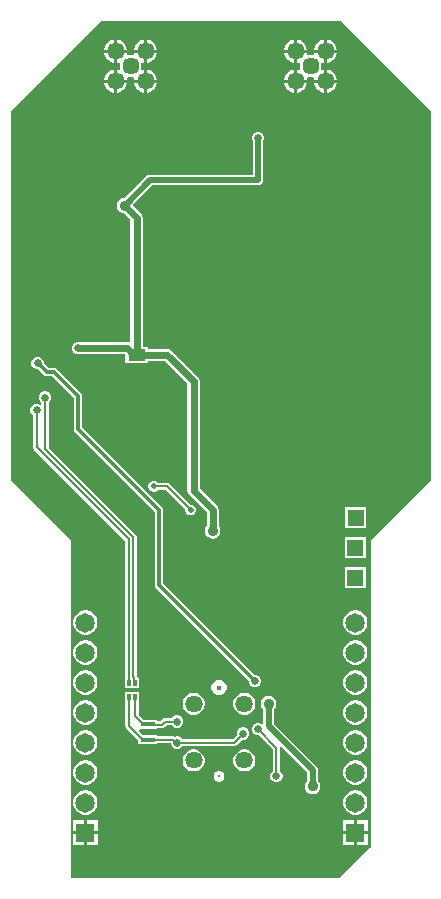
<source format=gbr>
%TF.GenerationSoftware,Altium Limited,Altium Designer,23.7.1 (13)*%
G04 Layer_Physical_Order=4*
G04 Layer_Color=16711680*
%FSLAX45Y45*%
%MOMM*%
%TF.SameCoordinates,13906D11-38DA-49B6-AFB5-B3B90C62E25A*%
%TF.FilePolarity,Positive*%
%TF.FileFunction,Copper,L4,Bot,Signal*%
%TF.Part,Single*%
G01*
G75*
%TA.AperFunction,Conductor*%
%ADD26C,0.20000*%
%ADD27C,0.40000*%
%ADD28C,0.60000*%
%ADD29C,0.30000*%
%ADD30C,0.50000*%
%TA.AperFunction,ComponentPad*%
%ADD34C,0.44500*%
%ADD35C,0.26000*%
%ADD36C,1.46000*%
%ADD37C,1.44600*%
%ADD38C,1.65000*%
%ADD39R,1.65000X1.65000*%
%ADD40R,1.40000X1.40000*%
%TA.AperFunction,ViaPad*%
%ADD41C,0.50000*%
%ADD42C,0.65000*%
%ADD43C,0.90000*%
%TA.AperFunction,SMDPad,CuDef*%
%ADD44R,1.20000X0.40000*%
%ADD45R,0.32500X0.50000*%
%ADD46R,1.47000X0.99000*%
%TA.AperFunction,Conductor*%
%ADD47C,0.25400*%
G36*
X10922000Y9029700D02*
Y5905500D01*
X10414000Y5397500D01*
Y2794000D01*
X10401300D01*
X10147300Y2540000D01*
X7874000D01*
Y5397500D01*
X7366000Y5905500D01*
Y9029700D01*
X8128000Y9791700D01*
X10160000D01*
X10922000Y9029700D01*
D02*
G37*
%LPC*%
G36*
X10045862Y9635400D02*
X10045700D01*
Y9550400D01*
X10130700D01*
Y9550562D01*
X10124042Y9575411D01*
X10111179Y9597689D01*
X10092989Y9615879D01*
X10070711Y9628742D01*
X10045862Y9635400D01*
D02*
G37*
G36*
X10020300D02*
X10020138D01*
X9995289Y9628742D01*
X9973011Y9615879D01*
X9954821Y9597689D01*
X9941958Y9575411D01*
X9935300Y9550562D01*
Y9550400D01*
X10020300D01*
Y9635400D01*
D02*
G37*
G36*
X9791862D02*
X9791700D01*
Y9550400D01*
X9876700D01*
Y9550562D01*
X9870042Y9575411D01*
X9857179Y9597689D01*
X9838989Y9615879D01*
X9816711Y9628742D01*
X9791862Y9635400D01*
D02*
G37*
G36*
X9766300D02*
X9766138D01*
X9741289Y9628742D01*
X9719011Y9615879D01*
X9700821Y9597689D01*
X9687958Y9575411D01*
X9681300Y9550562D01*
Y9550400D01*
X9766300D01*
Y9635400D01*
D02*
G37*
G36*
X8521862D02*
X8521700D01*
Y9550400D01*
X8606700D01*
Y9550562D01*
X8600042Y9575411D01*
X8587179Y9597689D01*
X8568989Y9615879D01*
X8546711Y9628742D01*
X8521862Y9635400D01*
D02*
G37*
G36*
X8496300D02*
X8496138D01*
X8471289Y9628742D01*
X8449011Y9615879D01*
X8430821Y9597689D01*
X8417958Y9575411D01*
X8411300Y9550562D01*
Y9550400D01*
X8496300D01*
Y9635400D01*
D02*
G37*
G36*
X8267862D02*
X8267700D01*
Y9550400D01*
X8352700D01*
Y9550562D01*
X8346042Y9575411D01*
X8333179Y9597689D01*
X8314989Y9615879D01*
X8292711Y9628742D01*
X8267862Y9635400D01*
D02*
G37*
G36*
X8242300D02*
X8242138D01*
X8217289Y9628742D01*
X8195011Y9615879D01*
X8176821Y9597689D01*
X8163958Y9575411D01*
X8157300Y9550562D01*
Y9550400D01*
X8242300D01*
Y9635400D01*
D02*
G37*
G36*
X8496300Y9525000D02*
X8411300D01*
Y9524838D01*
X8415135Y9510526D01*
X8404766Y9500156D01*
X8394152Y9503000D01*
X8369848D01*
X8359234Y9500156D01*
X8348865Y9510526D01*
X8352700Y9524838D01*
Y9525000D01*
X8267700D01*
Y9440000D01*
X8267862D01*
X8282174Y9443835D01*
X8292544Y9433466D01*
X8289700Y9422852D01*
Y9398548D01*
X8292544Y9387934D01*
X8282174Y9377565D01*
X8267862Y9381400D01*
X8267700D01*
Y9296400D01*
X8352700D01*
Y9296562D01*
X8348865Y9310874D01*
X8359234Y9321244D01*
X8369848Y9318400D01*
X8394152D01*
X8404766Y9321244D01*
X8415135Y9310874D01*
X8411300Y9296562D01*
Y9296400D01*
X8496300D01*
Y9381400D01*
X8496138D01*
X8481826Y9377565D01*
X8471456Y9387934D01*
X8474300Y9398548D01*
Y9422852D01*
X8471456Y9433466D01*
X8481826Y9443835D01*
X8496138Y9440000D01*
X8496300D01*
Y9525000D01*
D02*
G37*
G36*
X10020300D02*
X9935300D01*
Y9524838D01*
X9939135Y9510526D01*
X9928766Y9500156D01*
X9918152Y9503000D01*
X9893848D01*
X9883234Y9500156D01*
X9872865Y9510526D01*
X9876700Y9524838D01*
Y9525000D01*
X9791700D01*
Y9440000D01*
X9791862D01*
X9806174Y9443835D01*
X9816544Y9433466D01*
X9813700Y9422852D01*
Y9398548D01*
X9816544Y9387934D01*
X9806174Y9377565D01*
X9791862Y9381400D01*
X9791700D01*
Y9296400D01*
X9876700D01*
Y9296562D01*
X9872865Y9310874D01*
X9883234Y9321244D01*
X9893848Y9318400D01*
X9918152D01*
X9928766Y9321244D01*
X9939135Y9310874D01*
X9935300Y9296562D01*
Y9296400D01*
X10020300D01*
Y9381400D01*
X10020138D01*
X10005826Y9377565D01*
X9995456Y9387934D01*
X9998300Y9398548D01*
Y9422852D01*
X9995456Y9433466D01*
X10005826Y9443835D01*
X10020138Y9440000D01*
X10020300D01*
Y9525000D01*
D02*
G37*
G36*
X10130700D02*
X10045700D01*
Y9440000D01*
X10045862D01*
X10070711Y9446658D01*
X10092989Y9459521D01*
X10111179Y9477711D01*
X10124042Y9499989D01*
X10130700Y9524838D01*
Y9525000D01*
D02*
G37*
G36*
X9766300D02*
X9681300D01*
Y9524838D01*
X9687958Y9499989D01*
X9700821Y9477711D01*
X9719011Y9459521D01*
X9741289Y9446658D01*
X9766138Y9440000D01*
X9766300D01*
Y9525000D01*
D02*
G37*
G36*
X8606700D02*
X8521700D01*
Y9440000D01*
X8521862D01*
X8546711Y9446658D01*
X8568989Y9459521D01*
X8587179Y9477711D01*
X8600042Y9499989D01*
X8606700Y9524838D01*
Y9525000D01*
D02*
G37*
G36*
X8242300D02*
X8157300D01*
Y9524838D01*
X8163958Y9499989D01*
X8176821Y9477711D01*
X8195011Y9459521D01*
X8217289Y9446658D01*
X8242138Y9440000D01*
X8242300D01*
Y9525000D01*
D02*
G37*
G36*
X10045862Y9381400D02*
X10045700D01*
Y9296400D01*
X10130700D01*
Y9296562D01*
X10124042Y9321411D01*
X10111179Y9343689D01*
X10092989Y9361879D01*
X10070711Y9374742D01*
X10045862Y9381400D01*
D02*
G37*
G36*
X9766300D02*
X9766138D01*
X9741289Y9374742D01*
X9719011Y9361879D01*
X9700821Y9343689D01*
X9687958Y9321411D01*
X9681300Y9296562D01*
Y9296400D01*
X9766300D01*
Y9381400D01*
D02*
G37*
G36*
X8521862D02*
X8521700D01*
Y9296400D01*
X8606700D01*
Y9296562D01*
X8600042Y9321411D01*
X8587179Y9343689D01*
X8568989Y9361879D01*
X8546711Y9374742D01*
X8521862Y9381400D01*
D02*
G37*
G36*
X8242300D02*
X8242138D01*
X8217289Y9374742D01*
X8195011Y9361879D01*
X8176821Y9343689D01*
X8163958Y9321411D01*
X8157300Y9296562D01*
Y9296400D01*
X8242300D01*
Y9381400D01*
D02*
G37*
G36*
X10130700Y9271000D02*
X10045700D01*
Y9186000D01*
X10045862D01*
X10070711Y9192658D01*
X10092989Y9205521D01*
X10111179Y9223711D01*
X10124042Y9245989D01*
X10130700Y9270838D01*
Y9271000D01*
D02*
G37*
G36*
X10020300D02*
X9935300D01*
Y9270838D01*
X9941958Y9245989D01*
X9954821Y9223711D01*
X9973011Y9205521D01*
X9995289Y9192658D01*
X10020138Y9186000D01*
X10020300D01*
Y9271000D01*
D02*
G37*
G36*
X9876700D02*
X9791700D01*
Y9186000D01*
X9791862D01*
X9816711Y9192658D01*
X9838989Y9205521D01*
X9857179Y9223711D01*
X9870042Y9245989D01*
X9876700Y9270838D01*
Y9271000D01*
D02*
G37*
G36*
X9766300D02*
X9681300D01*
Y9270838D01*
X9687958Y9245989D01*
X9700821Y9223711D01*
X9719011Y9205521D01*
X9741289Y9192658D01*
X9766138Y9186000D01*
X9766300D01*
Y9271000D01*
D02*
G37*
G36*
X8606700D02*
X8521700D01*
Y9186000D01*
X8521862D01*
X8546711Y9192658D01*
X8568989Y9205521D01*
X8587179Y9223711D01*
X8600042Y9245989D01*
X8606700Y9270838D01*
Y9271000D01*
D02*
G37*
G36*
X8496300D02*
X8411300D01*
Y9270838D01*
X8417958Y9245989D01*
X8430821Y9223711D01*
X8449011Y9205521D01*
X8471289Y9192658D01*
X8496138Y9186000D01*
X8496300D01*
Y9271000D01*
D02*
G37*
G36*
X8352700D02*
X8267700D01*
Y9186000D01*
X8267862D01*
X8292711Y9192658D01*
X8314989Y9205521D01*
X8333179Y9223711D01*
X8346042Y9245989D01*
X8352700Y9270838D01*
Y9271000D01*
D02*
G37*
G36*
X8242300D02*
X8157300D01*
Y9270838D01*
X8163958Y9245989D01*
X8176821Y9223711D01*
X8195011Y9205521D01*
X8217289Y9192658D01*
X8242138Y9186000D01*
X8242300D01*
Y9271000D01*
D02*
G37*
G36*
X9471943Y8853600D02*
X9451057D01*
X9431761Y8845607D01*
X9416993Y8830839D01*
X9409000Y8811543D01*
Y8790657D01*
X9415618Y8774679D01*
Y8491382D01*
X8547100D01*
X8529542Y8487889D01*
X8514657Y8477943D01*
X8331314Y8294600D01*
X8322642D01*
X8306111Y8290170D01*
X8291289Y8281613D01*
X8279187Y8269511D01*
X8270630Y8254689D01*
X8266200Y8238158D01*
Y8221042D01*
X8270630Y8204511D01*
X8279187Y8189689D01*
X8291289Y8177587D01*
X8306111Y8169030D01*
X8322642Y8164600D01*
X8324104D01*
X8381820Y8106883D01*
Y7078859D01*
X8369120Y7071102D01*
X8354153Y7074080D01*
X7951614D01*
X7947943Y7075600D01*
X7927057D01*
X7907761Y7067607D01*
X7892993Y7052839D01*
X7885000Y7033543D01*
Y7012657D01*
X7892993Y6993361D01*
X7907761Y6978593D01*
X7927057Y6970600D01*
X7947943D01*
X7951614Y6972120D01*
X8333036D01*
X8339300Y6965857D01*
Y6895900D01*
X8526300D01*
Y6914421D01*
X8672584D01*
X8864420Y6722584D01*
Y5816600D01*
X8868301Y5797091D01*
X8879352Y5780552D01*
X9025720Y5634184D01*
Y5514644D01*
X9024687Y5513611D01*
X9016130Y5498789D01*
X9011700Y5482258D01*
Y5465142D01*
X9016130Y5448611D01*
X9024687Y5433789D01*
X9036789Y5421687D01*
X9051611Y5413130D01*
X9068142Y5408700D01*
X9085257D01*
X9101789Y5413130D01*
X9116611Y5421687D01*
X9128713Y5433789D01*
X9137270Y5448611D01*
X9141700Y5465142D01*
Y5482258D01*
X9137270Y5498789D01*
X9128713Y5513611D01*
X9127679Y5514644D01*
Y5655300D01*
X9123799Y5674809D01*
X9112748Y5691348D01*
X8966380Y5837716D01*
Y6743700D01*
X8962499Y6763209D01*
X8951448Y6779748D01*
X8729748Y7001448D01*
X8713209Y7012499D01*
X8693700Y7016380D01*
X8526300D01*
Y7034900D01*
X8483780D01*
Y8128000D01*
X8479899Y8147509D01*
X8468848Y8164048D01*
X8399691Y8233205D01*
X8566105Y8399618D01*
X9461500D01*
X9479058Y8403111D01*
X9493943Y8413057D01*
X9503889Y8427942D01*
X9507382Y8445500D01*
Y8774679D01*
X9514000Y8790657D01*
Y8811543D01*
X9506007Y8830839D01*
X9491239Y8845607D01*
X9471943Y8853600D01*
D02*
G37*
G36*
X7668543Y6656500D02*
X7647657D01*
X7628361Y6648507D01*
X7613593Y6633739D01*
X7605600Y6614443D01*
Y6593557D01*
X7613593Y6574261D01*
X7627512Y6560341D01*
Y6547627D01*
X7614812Y6542617D01*
X7597423Y6549820D01*
X7576537D01*
X7557241Y6541827D01*
X7542473Y6527059D01*
X7534480Y6507763D01*
Y6486877D01*
X7542473Y6467581D01*
X7556392Y6453661D01*
Y6184901D01*
X7556392Y6184900D01*
X7558721Y6173195D01*
X7565351Y6163271D01*
X7599513Y6129110D01*
X7600280Y6127961D01*
X8337812Y5390429D01*
Y4233700D01*
X8332150D01*
Y4143700D01*
X8457150D01*
Y4233700D01*
X8444886D01*
X8443872Y4238795D01*
X8437242Y4248718D01*
X8437241Y4248719D01*
X8435448Y4250512D01*
Y5420740D01*
X8435448Y5420741D01*
X8433119Y5432447D01*
X8426489Y5442370D01*
X8393850Y5475009D01*
X8392701Y5475776D01*
X7688688Y6179790D01*
Y6560341D01*
X7702607Y6574261D01*
X7710600Y6593557D01*
Y6614443D01*
X7702607Y6633739D01*
X7687839Y6648507D01*
X7668543Y6656500D01*
D02*
G37*
G36*
X8586531Y5897160D02*
X8568629D01*
X8552090Y5890309D01*
X8539431Y5877650D01*
X8532580Y5861111D01*
Y5843209D01*
X8539431Y5826670D01*
X8552090Y5814011D01*
X8568629Y5807160D01*
X8586531D01*
X8603070Y5814011D01*
X8610632Y5821572D01*
X8679210D01*
X8847540Y5653242D01*
Y5642549D01*
X8854391Y5626010D01*
X8867050Y5613351D01*
X8883589Y5606500D01*
X8901491D01*
X8918030Y5613351D01*
X8930689Y5626010D01*
X8937540Y5642549D01*
Y5660451D01*
X8930689Y5676990D01*
X8918030Y5689649D01*
X8901491Y5696500D01*
X8890798D01*
X8713509Y5873789D01*
X8703585Y5880419D01*
X8691880Y5882748D01*
X8691879Y5882748D01*
X8610632D01*
X8603070Y5890309D01*
X8586531Y5897160D01*
D02*
G37*
G36*
X10377000Y5678000D02*
X10197000D01*
Y5498000D01*
X10377000D01*
Y5678000D01*
D02*
G37*
G36*
X10376000Y5424000D02*
X10196000D01*
Y5244000D01*
X10376000D01*
Y5424000D01*
D02*
G37*
G36*
Y5170000D02*
X10196000D01*
Y4990000D01*
X10376000D01*
Y5170000D01*
D02*
G37*
G36*
X10299494Y4801500D02*
X10272505D01*
X10246436Y4794515D01*
X10223063Y4781020D01*
X10203979Y4761936D01*
X10190485Y4738564D01*
X10183500Y4712494D01*
Y4685506D01*
X10190485Y4659436D01*
X10203979Y4636064D01*
X10223063Y4616980D01*
X10246436Y4603485D01*
X10272505Y4596500D01*
X10299494D01*
X10325563Y4603485D01*
X10348936Y4616980D01*
X10368020Y4636064D01*
X10381514Y4659436D01*
X10388499Y4685506D01*
Y4712494D01*
X10381514Y4738564D01*
X10368020Y4761936D01*
X10348936Y4781020D01*
X10325563Y4794515D01*
X10299494Y4801500D01*
D02*
G37*
G36*
X8013494D02*
X7986505D01*
X7960436Y4794515D01*
X7937063Y4781020D01*
X7917979Y4761936D01*
X7904485Y4738564D01*
X7897500Y4712494D01*
Y4685506D01*
X7904485Y4659436D01*
X7917979Y4636064D01*
X7937063Y4616980D01*
X7960436Y4603485D01*
X7986505Y4596500D01*
X8013494D01*
X8039563Y4603485D01*
X8062936Y4616980D01*
X8082020Y4636064D01*
X8095514Y4659436D01*
X8102499Y4685506D01*
Y4712494D01*
X8095514Y4738564D01*
X8082020Y4761936D01*
X8062936Y4781020D01*
X8039563Y4794515D01*
X8013494Y4801500D01*
D02*
G37*
G36*
X10299494Y4547500D02*
X10272505D01*
X10246436Y4540515D01*
X10223063Y4527020D01*
X10203979Y4507936D01*
X10190485Y4484564D01*
X10183500Y4458494D01*
Y4431506D01*
X10190485Y4405436D01*
X10203979Y4382064D01*
X10223063Y4362980D01*
X10246436Y4349485D01*
X10272505Y4342500D01*
X10299494D01*
X10325563Y4349485D01*
X10348936Y4362980D01*
X10368020Y4382064D01*
X10381514Y4405436D01*
X10388499Y4431506D01*
Y4458494D01*
X10381514Y4484564D01*
X10368020Y4507936D01*
X10348936Y4527020D01*
X10325563Y4540515D01*
X10299494Y4547500D01*
D02*
G37*
G36*
X8013494D02*
X7986505D01*
X7960436Y4540515D01*
X7937063Y4527020D01*
X7917979Y4507936D01*
X7904485Y4484564D01*
X7897500Y4458494D01*
Y4431506D01*
X7904485Y4405436D01*
X7917979Y4382064D01*
X7937063Y4362980D01*
X7960436Y4349485D01*
X7986505Y4342500D01*
X8013494D01*
X8039563Y4349485D01*
X8062936Y4362980D01*
X8082020Y4382064D01*
X8095514Y4405436D01*
X8102499Y4431506D01*
Y4458494D01*
X8095514Y4484564D01*
X8082020Y4507936D01*
X8062936Y4527020D01*
X8039563Y4540515D01*
X8013494Y4547500D01*
D02*
G37*
G36*
X7605043Y6948600D02*
X7584157D01*
X7564861Y6940607D01*
X7550093Y6925839D01*
X7542100Y6906543D01*
Y6885657D01*
X7550093Y6866361D01*
X7564861Y6851593D01*
X7584157Y6843600D01*
X7596633D01*
X7645566Y6794666D01*
X7657144Y6786931D01*
X7670800Y6784214D01*
X7719518D01*
X7901814Y6601918D01*
Y6337300D01*
X7904531Y6323644D01*
X7912266Y6312066D01*
X8587614Y5636718D01*
Y5016500D01*
X8590331Y5002844D01*
X8598066Y4991266D01*
X9383600Y4205733D01*
Y4193257D01*
X9391593Y4173961D01*
X9406361Y4159193D01*
X9425657Y4151200D01*
X9446543D01*
X9465839Y4159193D01*
X9480607Y4173961D01*
X9488600Y4193257D01*
Y4214143D01*
X9480607Y4233439D01*
X9465839Y4248207D01*
X9446543Y4256200D01*
X9434067D01*
X8658986Y5031282D01*
Y5651500D01*
X8656269Y5665156D01*
X8648534Y5676734D01*
X7973186Y6352082D01*
Y6616700D01*
X7970469Y6630356D01*
X7962734Y6641934D01*
X7759534Y6845134D01*
X7747956Y6852869D01*
X7734300Y6855586D01*
X7685582D01*
X7647100Y6894067D01*
Y6906543D01*
X7639107Y6925839D01*
X7624339Y6940607D01*
X7605043Y6948600D01*
D02*
G37*
G36*
X10299494Y4293500D02*
X10272505D01*
X10246436Y4286515D01*
X10223063Y4273020D01*
X10203979Y4253936D01*
X10190485Y4230564D01*
X10183500Y4204494D01*
Y4177506D01*
X10190485Y4151436D01*
X10203979Y4128064D01*
X10223063Y4108980D01*
X10246436Y4095485D01*
X10272505Y4088500D01*
X10299494D01*
X10325563Y4095485D01*
X10348936Y4108980D01*
X10368020Y4128064D01*
X10381514Y4151436D01*
X10388499Y4177506D01*
Y4204494D01*
X10381514Y4230564D01*
X10368020Y4253936D01*
X10348936Y4273020D01*
X10325563Y4286515D01*
X10299494Y4293500D01*
D02*
G37*
G36*
X8013494D02*
X7986505D01*
X7960436Y4286515D01*
X7937063Y4273020D01*
X7917979Y4253936D01*
X7904485Y4230564D01*
X7897500Y4204494D01*
Y4177506D01*
X7904485Y4151436D01*
X7917979Y4128064D01*
X7937063Y4108980D01*
X7960436Y4095485D01*
X7986505Y4088500D01*
X8013494D01*
X8039563Y4095485D01*
X8062936Y4108980D01*
X8082020Y4128064D01*
X8095514Y4151436D01*
X8102499Y4177506D01*
Y4204494D01*
X8095514Y4230564D01*
X8082020Y4253936D01*
X8062936Y4273020D01*
X8039563Y4286515D01*
X8013494Y4293500D01*
D02*
G37*
G36*
X9144130Y4211400D02*
X9118470D01*
X9094764Y4201580D01*
X9076620Y4183436D01*
X9066800Y4159730D01*
Y4134070D01*
X9076620Y4110364D01*
X9094764Y4092220D01*
X9118470Y4082400D01*
X9144130D01*
X9167836Y4092220D01*
X9185980Y4110364D01*
X9195800Y4134070D01*
Y4159730D01*
X9185980Y4183436D01*
X9167836Y4201580D01*
X9144130Y4211400D01*
D02*
G37*
G36*
X9358544Y4104900D02*
X9334057D01*
X9310404Y4098562D01*
X9289197Y4086318D01*
X9271882Y4069003D01*
X9259638Y4047797D01*
X9253300Y4024144D01*
Y3999656D01*
X9259638Y3976003D01*
X9271882Y3954797D01*
X9289197Y3937482D01*
X9310404Y3925238D01*
X9334057Y3918900D01*
X9358544D01*
X9382197Y3925238D01*
X9403403Y3937482D01*
X9420718Y3954797D01*
X9432962Y3976003D01*
X9439300Y3999656D01*
Y4024144D01*
X9432962Y4047797D01*
X9420718Y4069003D01*
X9403403Y4086318D01*
X9382197Y4098562D01*
X9358544Y4104900D01*
D02*
G37*
G36*
X8928543D02*
X8904056D01*
X8880403Y4098562D01*
X8859197Y4086318D01*
X8841882Y4069003D01*
X8829638Y4047797D01*
X8823300Y4024144D01*
Y3999656D01*
X8829638Y3976003D01*
X8841882Y3954797D01*
X8859197Y3937482D01*
X8880403Y3925238D01*
X8904056Y3918900D01*
X8928543D01*
X8952196Y3925238D01*
X8973403Y3937482D01*
X8990718Y3954797D01*
X9002962Y3976003D01*
X9009300Y3999656D01*
Y4024144D01*
X9002962Y4047797D01*
X8990718Y4069003D01*
X8973403Y4086318D01*
X8952196Y4098562D01*
X8928543Y4104900D01*
D02*
G37*
G36*
X9558958Y4078200D02*
X9541842D01*
X9525311Y4073770D01*
X9510489Y4065213D01*
X9498387Y4053111D01*
X9489830Y4038289D01*
X9485400Y4021758D01*
Y4004642D01*
X9489830Y3988111D01*
X9498387Y3973289D01*
X9504518Y3967158D01*
Y3845121D01*
X9492785Y3840261D01*
X9491239Y3841807D01*
X9471943Y3849800D01*
X9451057D01*
X9431761Y3841807D01*
X9416993Y3827039D01*
X9409000Y3807743D01*
Y3786857D01*
X9416993Y3767561D01*
X9431761Y3752793D01*
X9451057Y3744800D01*
X9470742D01*
X9587112Y3628430D01*
Y3443458D01*
X9573193Y3429539D01*
X9565200Y3410243D01*
Y3389357D01*
X9573193Y3370061D01*
X9587961Y3355293D01*
X9607257Y3347300D01*
X9628143D01*
X9647439Y3355293D01*
X9662207Y3370061D01*
X9670200Y3389357D01*
Y3410243D01*
X9662207Y3429539D01*
X9648288Y3443458D01*
Y3641100D01*
X9648073Y3642180D01*
X9659777Y3648436D01*
X9877898Y3430315D01*
Y3358202D01*
X9871767Y3352071D01*
X9863210Y3337249D01*
X9858780Y3320718D01*
Y3303602D01*
X9863210Y3287071D01*
X9871767Y3272249D01*
X9883869Y3260147D01*
X9898691Y3251590D01*
X9915222Y3247160D01*
X9932338D01*
X9948869Y3251590D01*
X9963691Y3260147D01*
X9975793Y3272249D01*
X9984350Y3287071D01*
X9988780Y3303602D01*
Y3320718D01*
X9984350Y3337249D01*
X9975793Y3352071D01*
X9969662Y3358202D01*
Y3449320D01*
X9966169Y3466878D01*
X9956223Y3481763D01*
X9596282Y3841705D01*
Y3967158D01*
X9602413Y3973289D01*
X9610970Y3988111D01*
X9615400Y4004642D01*
Y4021758D01*
X9610970Y4038289D01*
X9602413Y4053111D01*
X9590311Y4065213D01*
X9575489Y4073770D01*
X9558958Y4078200D01*
D02*
G37*
G36*
X10299494Y4039500D02*
X10272505D01*
X10246436Y4032515D01*
X10223063Y4019020D01*
X10203979Y3999936D01*
X10190485Y3976564D01*
X10183500Y3950494D01*
Y3923506D01*
X10190485Y3897436D01*
X10203979Y3874064D01*
X10223063Y3854980D01*
X10246436Y3841485D01*
X10272505Y3834500D01*
X10299494D01*
X10325563Y3841485D01*
X10348936Y3854980D01*
X10368020Y3874064D01*
X10381514Y3897436D01*
X10388499Y3923506D01*
Y3950494D01*
X10381514Y3976564D01*
X10368020Y3999936D01*
X10348936Y4019020D01*
X10325563Y4032515D01*
X10299494Y4039500D01*
D02*
G37*
G36*
X8013494D02*
X7986505D01*
X7960436Y4032515D01*
X7937063Y4019020D01*
X7917979Y3999936D01*
X7904485Y3976564D01*
X7897500Y3950494D01*
Y3923506D01*
X7904485Y3897436D01*
X7917979Y3874064D01*
X7937063Y3854980D01*
X7960436Y3841485D01*
X7986505Y3834500D01*
X8013494D01*
X8039563Y3841485D01*
X8062936Y3854980D01*
X8082020Y3874064D01*
X8095514Y3897436D01*
X8102499Y3923506D01*
Y3950494D01*
X8095514Y3976564D01*
X8082020Y3999936D01*
X8062936Y4019020D01*
X8039563Y4032515D01*
X8013494Y4039500D01*
D02*
G37*
G36*
X8457150Y4111300D02*
X8332150D01*
Y4021300D01*
X8337812D01*
Y3826801D01*
X8337812Y3826800D01*
X8340141Y3815094D01*
X8346771Y3805171D01*
X8448300Y3703642D01*
Y3666900D01*
X8608300D01*
Y3676312D01*
X8723200D01*
Y3672557D01*
X8731193Y3653261D01*
X8745961Y3638493D01*
X8765257Y3630500D01*
X8786143D01*
X8805439Y3638493D01*
X8819359Y3652412D01*
X9258299D01*
X9258300Y3652412D01*
X9270005Y3654741D01*
X9279929Y3661371D01*
X9325258Y3706700D01*
X9344943D01*
X9364239Y3714693D01*
X9379007Y3729461D01*
X9387000Y3748757D01*
Y3769643D01*
X9379007Y3788939D01*
X9364239Y3803707D01*
X9344943Y3811700D01*
X9324057D01*
X9304761Y3803707D01*
X9289993Y3788939D01*
X9282000Y3769643D01*
Y3749958D01*
X9245630Y3713588D01*
X8819359D01*
X8805439Y3727507D01*
X8786143Y3735500D01*
X8765257D01*
X8757179Y3732154D01*
X8752681Y3735159D01*
X8740976Y3737488D01*
X8740975Y3737488D01*
X8608300D01*
Y3746900D01*
X8491558D01*
X8454257Y3784200D01*
X8459518Y3796900D01*
X8608300D01*
Y3804812D01*
X8648699D01*
X8648700Y3804812D01*
X8660405Y3807141D01*
X8670329Y3813771D01*
X8686770Y3830212D01*
X8732041D01*
X8745961Y3816293D01*
X8765257Y3808300D01*
X8786143D01*
X8805439Y3816293D01*
X8820207Y3831061D01*
X8828200Y3850357D01*
Y3871243D01*
X8820207Y3890539D01*
X8805439Y3905307D01*
X8786143Y3913300D01*
X8765257D01*
X8745961Y3905307D01*
X8732041Y3891388D01*
X8674100D01*
X8662394Y3889059D01*
X8652471Y3882429D01*
X8652471Y3882428D01*
X8636030Y3865988D01*
X8608300D01*
Y3876900D01*
X8491557D01*
X8451488Y3916970D01*
Y4021300D01*
X8457150D01*
Y4111300D01*
D02*
G37*
G36*
X10299494Y3785500D02*
X10272505D01*
X10246436Y3778515D01*
X10223063Y3765020D01*
X10203979Y3745936D01*
X10190485Y3722564D01*
X10183500Y3696494D01*
Y3669506D01*
X10190485Y3643436D01*
X10203979Y3620064D01*
X10223063Y3600980D01*
X10246436Y3587485D01*
X10272505Y3580500D01*
X10299494D01*
X10325563Y3587485D01*
X10348936Y3600980D01*
X10368020Y3620064D01*
X10381514Y3643436D01*
X10388499Y3669506D01*
Y3696494D01*
X10381514Y3722564D01*
X10368020Y3745936D01*
X10348936Y3765020D01*
X10325563Y3778515D01*
X10299494Y3785500D01*
D02*
G37*
G36*
X8013494D02*
X7986505D01*
X7960436Y3778515D01*
X7937063Y3765020D01*
X7917979Y3745936D01*
X7904485Y3722564D01*
X7897500Y3696494D01*
Y3669506D01*
X7904485Y3643436D01*
X7917979Y3620064D01*
X7937063Y3600980D01*
X7960436Y3587485D01*
X7986505Y3580500D01*
X8013494D01*
X8039563Y3587485D01*
X8062936Y3600980D01*
X8082020Y3620064D01*
X8095514Y3643436D01*
X8102499Y3669506D01*
Y3696494D01*
X8095514Y3722564D01*
X8082020Y3745936D01*
X8062936Y3765020D01*
X8039563Y3778515D01*
X8013494Y3785500D01*
D02*
G37*
G36*
X9358544Y3624900D02*
X9334057D01*
X9310404Y3618562D01*
X9289197Y3606318D01*
X9271882Y3589003D01*
X9259638Y3567797D01*
X9253300Y3544144D01*
Y3519656D01*
X9259638Y3496003D01*
X9271882Y3474797D01*
X9289197Y3457482D01*
X9310404Y3445238D01*
X9334057Y3438900D01*
X9358544D01*
X9382197Y3445238D01*
X9403403Y3457482D01*
X9420718Y3474797D01*
X9432962Y3496003D01*
X9439300Y3519656D01*
Y3544144D01*
X9432962Y3567797D01*
X9420718Y3589003D01*
X9403403Y3606318D01*
X9382197Y3618562D01*
X9358544Y3624900D01*
D02*
G37*
G36*
X8928543D02*
X8904056D01*
X8880403Y3618562D01*
X8859197Y3606318D01*
X8841882Y3589003D01*
X8829638Y3567797D01*
X8823300Y3544144D01*
Y3519656D01*
X8829638Y3496003D01*
X8841882Y3474797D01*
X8859197Y3457482D01*
X8880403Y3445238D01*
X8904056Y3438900D01*
X8928543D01*
X8952196Y3445238D01*
X8973403Y3457482D01*
X8990718Y3474797D01*
X9002962Y3496003D01*
X9009300Y3519656D01*
Y3544144D01*
X9002962Y3567797D01*
X8990718Y3589003D01*
X8973403Y3606318D01*
X8952196Y3618562D01*
X8928543Y3624900D01*
D02*
G37*
G36*
X9140450Y3442900D02*
X9122150D01*
X9105243Y3435897D01*
X9092303Y3422957D01*
X9085300Y3406050D01*
Y3387750D01*
X9092303Y3370843D01*
X9105243Y3357903D01*
X9122150Y3350900D01*
X9140450D01*
X9157357Y3357903D01*
X9170297Y3370843D01*
X9177300Y3387750D01*
Y3406050D01*
X9170297Y3422957D01*
X9157357Y3435897D01*
X9140450Y3442900D01*
D02*
G37*
G36*
X10299494Y3531500D02*
X10272505D01*
X10246436Y3524515D01*
X10223063Y3511020D01*
X10203979Y3491936D01*
X10190485Y3468564D01*
X10183500Y3442494D01*
Y3415506D01*
X10190485Y3389436D01*
X10203979Y3366064D01*
X10223063Y3346980D01*
X10246436Y3333485D01*
X10272505Y3326500D01*
X10299494D01*
X10325563Y3333485D01*
X10348936Y3346980D01*
X10368020Y3366064D01*
X10381514Y3389436D01*
X10388499Y3415506D01*
Y3442494D01*
X10381514Y3468564D01*
X10368020Y3491936D01*
X10348936Y3511020D01*
X10325563Y3524515D01*
X10299494Y3531500D01*
D02*
G37*
G36*
X8013494D02*
X7986505D01*
X7960436Y3524515D01*
X7937063Y3511020D01*
X7917979Y3491936D01*
X7904485Y3468564D01*
X7897500Y3442494D01*
Y3415506D01*
X7904485Y3389436D01*
X7917979Y3366064D01*
X7937063Y3346980D01*
X7960436Y3333485D01*
X7986505Y3326500D01*
X8013494D01*
X8039563Y3333485D01*
X8062936Y3346980D01*
X8082020Y3366064D01*
X8095514Y3389436D01*
X8102499Y3415506D01*
Y3442494D01*
X8095514Y3468564D01*
X8082020Y3491936D01*
X8062936Y3511020D01*
X8039563Y3524515D01*
X8013494Y3531500D01*
D02*
G37*
G36*
X10299494Y3277500D02*
X10272505D01*
X10246436Y3270515D01*
X10223063Y3257020D01*
X10203979Y3237936D01*
X10190485Y3214564D01*
X10183500Y3188494D01*
Y3161506D01*
X10190485Y3135436D01*
X10203979Y3112064D01*
X10223063Y3092980D01*
X10246436Y3079485D01*
X10272505Y3072500D01*
X10299494D01*
X10325563Y3079485D01*
X10348936Y3092980D01*
X10368020Y3112064D01*
X10381514Y3135436D01*
X10388499Y3161506D01*
Y3188494D01*
X10381514Y3214564D01*
X10368020Y3237936D01*
X10348936Y3257020D01*
X10325563Y3270515D01*
X10299494Y3277500D01*
D02*
G37*
G36*
X8013494D02*
X7986505D01*
X7960436Y3270515D01*
X7937063Y3257020D01*
X7917979Y3237936D01*
X7904485Y3214564D01*
X7897500Y3188494D01*
Y3161506D01*
X7904485Y3135436D01*
X7917979Y3112064D01*
X7937063Y3092980D01*
X7960436Y3079485D01*
X7986505Y3072500D01*
X8013494D01*
X8039563Y3079485D01*
X8062936Y3092980D01*
X8082020Y3112064D01*
X8095514Y3135436D01*
X8102499Y3161506D01*
Y3188494D01*
X8095514Y3214564D01*
X8082020Y3237936D01*
X8062936Y3257020D01*
X8039563Y3270515D01*
X8013494Y3277500D01*
D02*
G37*
G36*
X8107899Y3028900D02*
X8012699D01*
Y2933700D01*
X8107899D01*
Y3028900D01*
D02*
G37*
G36*
X10393899D02*
X10298699D01*
Y2933700D01*
X10393899D01*
Y3028900D01*
D02*
G37*
G36*
X10273299D02*
X10178100D01*
Y2933700D01*
X10273299D01*
Y3028900D01*
D02*
G37*
G36*
X7987299D02*
X7892100D01*
Y2933700D01*
X7987299D01*
Y3028900D01*
D02*
G37*
G36*
X10393899Y2908300D02*
X10298699D01*
Y2813100D01*
X10393899D01*
Y2908300D01*
D02*
G37*
G36*
X10273299D02*
X10178100D01*
Y2813100D01*
X10273299D01*
Y2908300D01*
D02*
G37*
G36*
X8107899D02*
X8012699D01*
Y2813100D01*
X8107899D01*
Y2908300D01*
D02*
G37*
G36*
X7987299D02*
X7892100D01*
Y2813100D01*
X7987299D01*
Y2908300D01*
D02*
G37*
%LPD*%
D26*
X8577580Y5852160D02*
X8691880D01*
X8892540Y5651500D01*
X8420100Y4043676D02*
Y4043680D01*
X8371840Y5453380D02*
X8372221D01*
X8368400Y4188700D02*
Y5403480D01*
X7658100Y6167120D02*
Y6604000D01*
X7586980Y6184900D02*
X7621640Y6150240D01*
X8372221Y5453380D02*
X8404860Y5420741D01*
X7586980Y6184900D02*
Y6497320D01*
X7621909Y6149590D02*
X8368019Y5403480D01*
X7658100Y6167120D02*
X8371840Y5453380D01*
X7621909Y6149590D02*
Y6149971D01*
X8368019Y5403480D02*
X8368400D01*
X7621640Y6150240D02*
Y6150240D01*
X8404860Y4237842D02*
Y5420741D01*
X7621640Y6150240D02*
X7621909Y6149971D01*
X8368400Y5403480D02*
X8368400Y5403480D01*
X8420900Y3904300D02*
Y4066300D01*
Y3904300D02*
X8488300Y3836900D01*
X8420100Y4043680D02*
Y4065500D01*
X8648700Y3835400D02*
X8674100Y3860800D01*
X8775700D01*
X9258300Y3683000D02*
X9334500Y3759200D01*
X8764876Y3683000D02*
X9258300D01*
X9461500Y3797300D02*
X9617700Y3641100D01*
Y3399800D02*
Y3641100D01*
X8415613Y4193987D02*
X8420900Y4188700D01*
X8415613Y4193987D02*
Y4227089D01*
X8404860Y4237842D02*
X8415613Y4227089D01*
X8368400Y3826800D02*
Y4066300D01*
Y3826800D02*
X8488300Y3706900D01*
X8528300D02*
X8740976D01*
X8764876Y3683000D01*
X8488300Y3706900D02*
X8528300D01*
X8420100Y4065500D02*
X8420900Y4066300D01*
X8488300Y3836900D02*
X8528300D01*
X8529800Y3835400D01*
X8648700D01*
D27*
X8293100Y6832600D02*
X8297883Y6827817D01*
X8406383D02*
X8432800Y6801400D01*
X8297883Y6827817D02*
X8406383D01*
D28*
X8915400Y5816600D02*
X9076700Y5655300D01*
Y5473700D02*
Y5655300D01*
X8915400Y5816600D02*
Y6743700D01*
X8693700Y6965400D02*
X8915400Y6743700D01*
X8408800Y6965400D02*
X8432800D01*
X8389300Y6984900D02*
X8408800Y6965400D01*
X8389300Y6984900D02*
Y6987953D01*
X8354153Y7023100D02*
X8389300Y6987953D01*
X7937500Y7023100D02*
X8354153D01*
X8331200Y8229600D02*
X8432800Y8128000D01*
Y6965400D02*
Y8128000D01*
Y6965400D02*
X8693700D01*
D29*
X7594600Y6896100D02*
X7670800Y6819900D01*
X7734300D01*
X7937500Y6616700D01*
Y6337300D02*
Y6616700D01*
Y6337300D02*
X8623300Y5651500D01*
Y5016500D02*
Y5651500D01*
Y5016500D02*
X9436100Y4203700D01*
D30*
X9923780Y3312160D02*
Y3449320D01*
X9550400Y3822700D02*
X9923780Y3449320D01*
X9550400Y3822700D02*
Y4013200D01*
X8547100Y8445500D02*
X9461500D01*
Y8801100D01*
X8331200Y8229600D02*
X8547100Y8445500D01*
D34*
X9131300Y4146900D02*
D03*
D35*
Y3396900D02*
D03*
D36*
X9346300Y3531900D02*
D03*
Y4011900D02*
D03*
X8916300D02*
D03*
Y3531900D02*
D03*
D37*
X8382000Y9410700D02*
D03*
X8255000Y9537700D02*
D03*
Y9283700D02*
D03*
X8509000D02*
D03*
Y9537700D02*
D03*
X9906000Y9410700D02*
D03*
X9779000Y9537700D02*
D03*
Y9283700D02*
D03*
X10033000D02*
D03*
Y9537700D02*
D03*
D38*
X10285999Y4699000D02*
D03*
Y4445000D02*
D03*
Y4191000D02*
D03*
Y3937000D02*
D03*
Y3683000D02*
D03*
Y3429000D02*
D03*
Y3175000D02*
D03*
X7999999Y4699000D02*
D03*
Y4445000D02*
D03*
Y4191000D02*
D03*
Y3937000D02*
D03*
Y3683000D02*
D03*
Y3429000D02*
D03*
Y3175000D02*
D03*
D39*
X10285999Y2921000D02*
D03*
X7999999D02*
D03*
D40*
X10286000Y5080000D02*
D03*
Y5334000D02*
D03*
X10287000Y5588000D02*
D03*
D41*
X8892540Y5651500D02*
D03*
X8577580Y5852160D02*
D03*
D42*
X9537700Y4127500D02*
D03*
X7586980Y6497320D02*
D03*
X7658100Y6604000D02*
D03*
X8280400Y8140700D02*
D03*
Y8318500D02*
D03*
X7594600Y6680200D02*
D03*
X7556500Y6593840D02*
D03*
X9410700Y3721100D02*
D03*
X9461500Y3797300D02*
D03*
X8763000Y3962400D02*
D03*
X8590280Y9161780D02*
D03*
X9359900Y4165600D02*
D03*
X9824720Y3322320D02*
D03*
X9161780Y5552440D02*
D03*
X8293100Y6832600D02*
D03*
X10633489Y8413403D02*
D03*
X7810500Y6261100D02*
D03*
X7818784Y8047384D02*
D03*
X7944784D02*
D03*
X8953500Y8928100D02*
D03*
X9334500Y8674100D02*
D03*
X9327650Y8801100D02*
D03*
X9213350Y8788400D02*
D03*
X10464300Y8026400D02*
D03*
X10353425Y6375400D02*
D03*
X9588500Y8674100D02*
D03*
X9461500Y8801100D02*
D03*
X9715500Y8928100D02*
D03*
X9829800Y8953500D02*
D03*
X8064500Y8801100D02*
D03*
X7937500D02*
D03*
Y7023100D02*
D03*
X9330497Y6258413D02*
D03*
X9461000Y6134100D02*
D03*
X10604500Y7912100D02*
D03*
X10637469Y8560756D02*
D03*
X9983156Y8961069D02*
D03*
X8249920Y9057640D02*
D03*
X9080500Y9169400D02*
D03*
X9258300D02*
D03*
X9436100D02*
D03*
X9652000D02*
D03*
X9753600Y9017000D02*
D03*
X9512300D02*
D03*
X9321800D02*
D03*
X9144000D02*
D03*
X8902700D02*
D03*
X8638540Y9019540D02*
D03*
X8448040Y9004300D02*
D03*
X8849360Y9161780D02*
D03*
X10706100Y8712200D02*
D03*
Y8877300D02*
D03*
X10419080Y9227820D02*
D03*
X10325100Y9334500D02*
D03*
X10172700D02*
D03*
Y9486900D02*
D03*
X10350500D02*
D03*
X10523220Y9354820D02*
D03*
X10655300Y9222740D02*
D03*
X10845800Y9029700D02*
D03*
X10858500Y8826500D02*
D03*
Y8636000D02*
D03*
X10820400Y8470900D02*
D03*
X9906000Y4165600D02*
D03*
X8839200Y3771900D02*
D03*
X7810500Y6388100D02*
D03*
Y6515100D02*
D03*
X7937500Y6896100D02*
D03*
X7810500Y6643100D02*
D03*
X7658100Y6744700D02*
D03*
X7810500Y6895600D02*
D03*
Y7658100D02*
D03*
X7937500Y7785600D02*
D03*
Y7912100D02*
D03*
X7810500Y7785100D02*
D03*
X7809500Y7912100D02*
D03*
X7683500Y8039600D02*
D03*
X7810500Y8674100D02*
D03*
X7810000Y8801100D02*
D03*
Y8928100D02*
D03*
X7937000Y8674100D02*
D03*
X8055867Y8933219D02*
D03*
X8064500Y8674100D02*
D03*
X8191500D02*
D03*
Y8801100D02*
D03*
Y8927600D02*
D03*
X8318500D02*
D03*
Y8800600D02*
D03*
Y8673600D02*
D03*
X8445500Y8674100D02*
D03*
Y8801350D02*
D03*
X8572500Y8928100D02*
D03*
Y8801100D02*
D03*
Y8674100D02*
D03*
X8699500D02*
D03*
Y8801100D02*
D03*
Y8927600D02*
D03*
X8826500Y8928100D02*
D03*
Y8801100D02*
D03*
Y8674100D02*
D03*
X9080500D02*
D03*
X8953500D02*
D03*
Y8800600D02*
D03*
X9080500Y8801100D02*
D03*
X9207500Y8674100D02*
D03*
X9588500Y8801100D02*
D03*
X9715500Y8674100D02*
D03*
Y8801100D02*
D03*
X9842500D02*
D03*
Y8674100D02*
D03*
X9969500Y8673850D02*
D03*
X9969000Y8801100D02*
D03*
X10096500Y8928100D02*
D03*
Y8801100D02*
D03*
Y8674100D02*
D03*
X10223000Y8801100D02*
D03*
X10223500Y8928100D02*
D03*
X10350500Y8801100D02*
D03*
Y8928100D02*
D03*
Y8674100D02*
D03*
X10219728Y8679365D02*
D03*
X10350500Y8547100D02*
D03*
X10477000Y8674100D02*
D03*
X10477500Y8801600D02*
D03*
X10604000Y8674100D02*
D03*
X10477000Y8547100D02*
D03*
X10350500Y8420100D02*
D03*
X10350000Y8293100D02*
D03*
X10477000Y8420100D02*
D03*
X10604000Y8293100D02*
D03*
X10477000D02*
D03*
X10350000Y8166100D02*
D03*
X10477500D02*
D03*
X10350000Y8039100D02*
D03*
X10350000Y7912100D02*
D03*
X10477500D02*
D03*
Y7785100D02*
D03*
X10350000D02*
D03*
Y7658100D02*
D03*
X10477500D02*
D03*
Y7531100D02*
D03*
X10477000Y7023100D02*
D03*
X10477000Y6896100D02*
D03*
Y6769100D02*
D03*
Y6642100D02*
D03*
Y6515100D02*
D03*
X10477500Y6261100D02*
D03*
X10223500Y6134100D02*
D03*
X9842500D02*
D03*
X8826500Y6134600D02*
D03*
X8191000Y6261100D02*
D03*
X8318500Y6134100D02*
D03*
X8572500D02*
D03*
X9461500Y6261100D02*
D03*
X9334500Y6134100D02*
D03*
X9436100Y4203700D02*
D03*
X7594600Y6896100D02*
D03*
X9617700Y3399800D02*
D03*
X8775700Y3860800D02*
D03*
Y3683000D02*
D03*
X9334500Y3759200D02*
D03*
D43*
X9923780Y3312160D02*
D03*
X9076700Y5473700D02*
D03*
X9321800Y3289300D02*
D03*
X8686800Y3581400D02*
D03*
X9550400Y4013200D02*
D03*
X8331200Y8229600D02*
D03*
D44*
X8718300Y3771900D02*
D03*
X8528300Y3836900D02*
D03*
Y3706900D02*
D03*
D45*
X8368400Y4188700D02*
D03*
X8420900D02*
D03*
Y4066300D02*
D03*
X8368400D02*
D03*
D46*
X8432800Y6965400D02*
D03*
Y6801400D02*
D03*
D47*
X8705600Y3771900D02*
X8839200D01*
%TF.MD5,4bf570c80c31beabf5373ee8490d1f25*%
M02*

</source>
